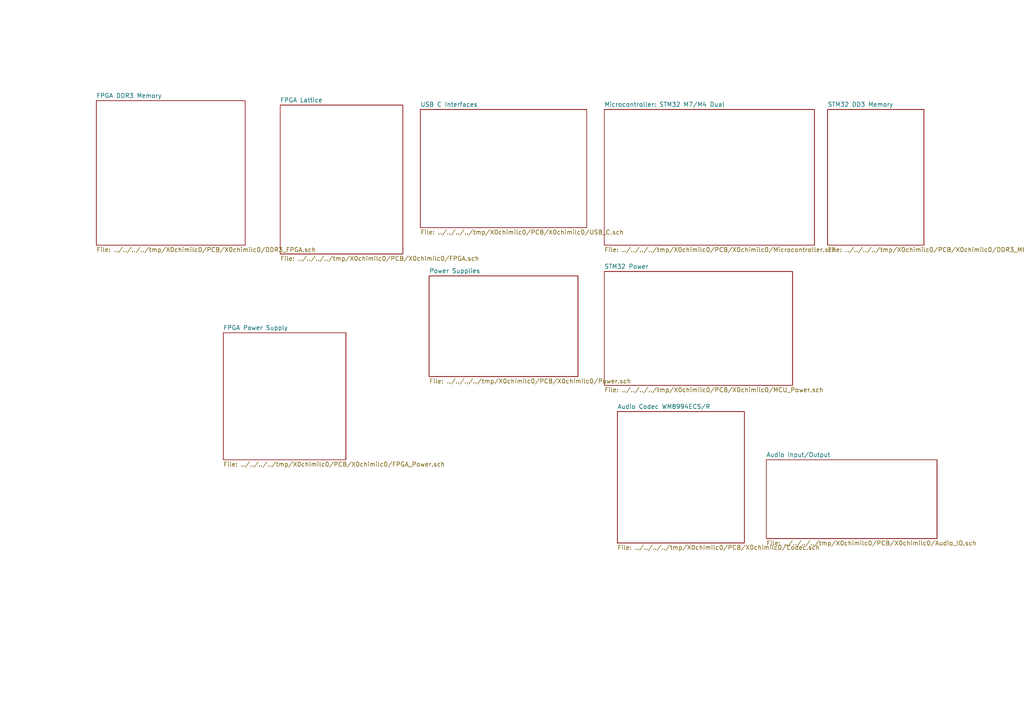
<source format=kicad_sch>
(kicad_sch (version 20230121) (generator eeschema)
  (paper "A4")
  (lib_symbols)
  (sheet (at 121.92 31.75) (size 48.26 34.29)
    (property "Sheetname" "USB C Interfaces" (at 121.92 31.0384 0) (effects (justify left bottom)))
    (property "Sheetfile" "../../../../tmp/X0chimilc0/PCB/X0chimilc0/USB_C.sch" (at 121.92 66.6246 0) (effects (justify left top)))
  )
  (sheet (at 175.26 78.74) (size 54.61 33.02)
    (property "Sheetname" "STM32 Power " (at 175.26 78.0284 0) (effects (justify left bottom)))
    (property "Sheetfile" "../../../../tmp/X0chimilc0/PCB/X0chimilc0/MCU_Power.sch" (at 175.26 112.3446 0) (effects (justify left top)))
  )
  (sheet (at 222.25 133.35) (size 49.53 22.86)
    (property "Sheetname" "Audio Input/Output" (at 222.25 132.6384 0) (effects (justify left bottom)))
    (property "Sheetfile" "../../../../tmp/X0chimilc0/PCB/X0chimilc0/Audio_IO.sch" (at 222.25 156.7946 0) (effects (justify left top)))
  )
  (sheet (at 124.46 80.01) (size 43.18 29.21)
    (property "Sheetname" "Power Supplies" (at 124.46 79.2984 0) (effects (justify left bottom)))
    (property "Sheetfile" "../../../../tmp/X0chimilc0/PCB/X0chimilc0/Power.sch" (at 124.46 109.8046 0) (effects (justify left top)))
  )
  (sheet (at 175.26 31.75) (size 60.96 39.37)
    (property "Sheetname" "Microcontroller: STM32 M7/M4 Dual" (at 175.26 31.0384 0) (effects (justify left bottom)))
    (property "Sheetfile" "../../../../tmp/X0chimilc0/PCB/X0chimilc0/Microcontroller.sch" (at 175.26 71.7046 0) (effects (justify left top)))
  )
  (sheet (at 81.28 30.48) (size 35.56 43.18)
    (property "Sheetname" "FPGA Lattice" (at 81.28 29.7684 0) (effects (justify left bottom)))
    (property "Sheetfile" "../../../../tmp/X0chimilc0/PCB/X0chimilc0/FPGA.sch" (at 81.28 74.2446 0) (effects (justify left top)))
  )
  (sheet (at 240.03 31.75) (size 27.94 39.37)
    (property "Sheetname" "STM32 DD3 Memory" (at 240.03 31.0384 0) (effects (justify left bottom)))
    (property "Sheetfile" "../../../../tmp/X0chimilc0/PCB/X0chimilc0/DDR3_MCU.sch" (at 240.03 71.7046 0) (effects (justify left top)))
  )
  (sheet (at 27.94 29.21) (size 43.18 41.91)
    (property "Sheetname" "FPGA DDR3 Memory" (at 27.94 28.4984 0) (effects (justify left bottom)))
    (property "Sheetfile" "../../../../tmp/X0chimilc0/PCB/X0chimilc0/DDR3_FPGA.sch" (at 27.94 71.7046 0) (effects (justify left top)))
  )
  (sheet (at 179.07 119.38) (size 36.83 38.1)
    (property "Sheetname" "Audio Codec WM8994ECS/R" (at 179.07 118.6684 0) (effects (justify left bottom)))
    (property "Sheetfile" "../../../../tmp/X0chimilc0/PCB/X0chimilc0/Codec.sch" (at 179.07 158.0646 0) (effects (justify left top)))
  )
  (sheet (at 64.77 96.52) (size 35.56 36.83)
    (property "Sheetname" "FPGA Power Supply" (at 64.77 95.8084 0) (effects (justify left bottom)))
    (property "Sheetfile" "../../../../tmp/X0chimilc0/PCB/X0chimilc0/FPGA_Power.sch" (at 64.77 133.9346 0) (effects (justify left top)))
  )
)
</source>
